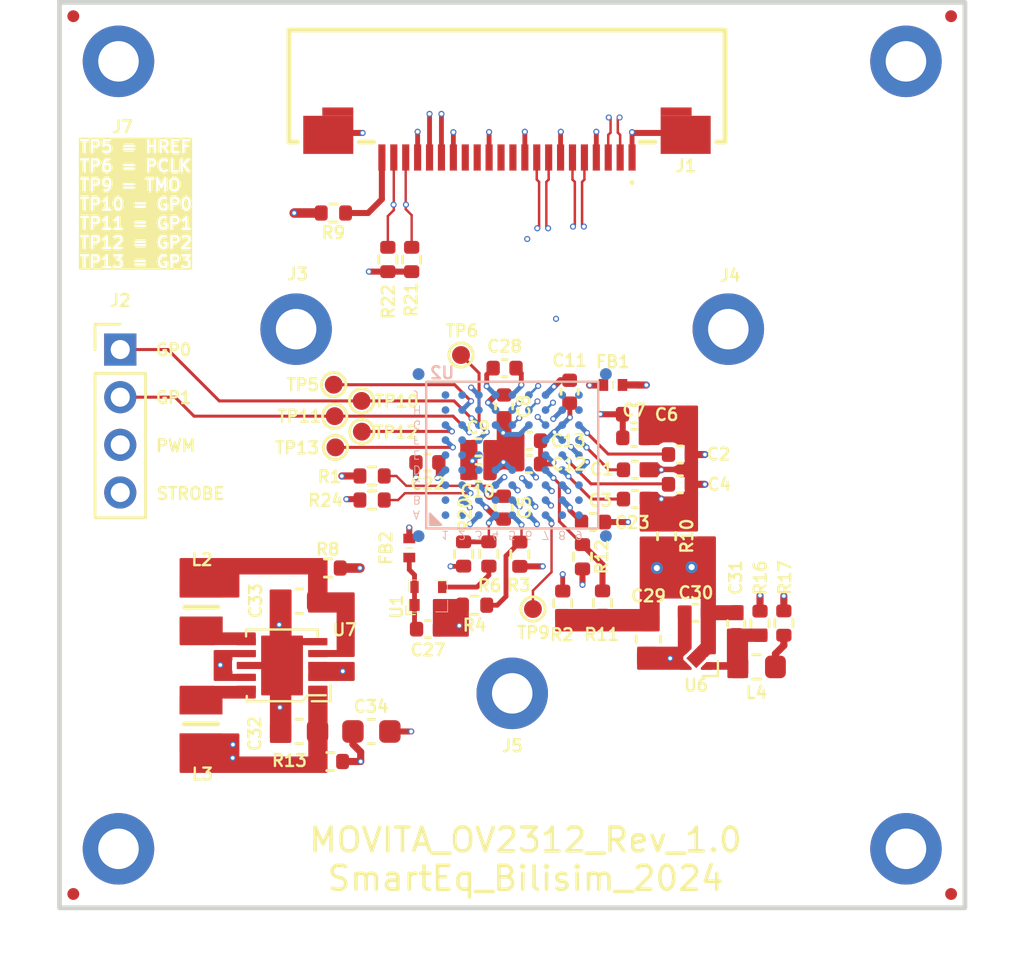
<source format=kicad_pcb>
(kicad_pcb (version 20241229) (generator "pcbnew") (generator_version "9.0")
  (layers (0 "F.Cu" jumper) (4 "In1.Cu" signal "GND") (6 "In2.Cu" signal "POWER") (8 "In3.Cu" signal "GND_2") (10 "In4.Cu" signal "signal_2") (2 "B.Cu" signal) (13 "F.Paste" user) (15 "B.Paste" user) (5 "F.SilkS" user "F.Silkscreen") (7 "B.SilkS" user "B.Silkscreen") (1 "F.Mask" user) (3 "B.Mask" user) (25 "Edge.Cuts" user))
  (net 0 "")
  (net 1 "AGND")
  (net 2 "/VN1")
  (net 3 "/VN2")
  (net 4 "/VN3")
  (net 5 "/VH")
  (net 6 "AVDD")
  (net 7 "DGND")
  (net 8 "DOVDD")
  (net 9 "DVDD")
  (net 10 "Net-(U2-PVDD)")
  (net 11 "VDD_1V8")
  (net 12 "AVDD_2V8")
  (net 13 "PVDD_2V8")
  (net 14 "VDD_1V2")
  (net 15 "Net-(U1-OE)")
  (net 16 "Net-(J1-Pin_22)")
  (net 17 "/SDA")
  (net 18 "Net-(J1-Pin_18)")
  (net 19 "/SCL")
  (net 20 "/PWM")
  (net 21 "/STROBE")
  (net 22 "Net-(U2-TMCLK)")
  (net 23 "Net-(U2-TM)")
  (net 24 "/SID")
  (net 25 "/XVCLK")
  (net 26 "Net-(U1-OUT)")
  (net 27 "3V3")
  (net 28 "Net-(U2-XSHUTDOWN)")
  (net 29 "/EXT_XVCLK")
  (net 30 "/FSIN")
  (net 31 "/GPIO1")
  (net 32 "/GPIO0")
  (net 33 "Net-(U7-SW1)")
  (net 34 "Net-(U7-SW2)")
  (net 35 "/HREF")
  (net 36 "/PCLK")
  (net 37 "/TMO")
  (net 38 "/GPIO2")
  (net 39 "/GPIO3")
  (net 40 "/CSI2_CLK_P")
  (net 41 "/CSI2_D1_N")
  (net 49 "/CSI2_D0_P")
  (net 50 "/CSI2_CLK_N")
  (net 57 "/CSI2_D0_N")
  (net 63 "/CSI2_D1_P")
  (net 70 "PVDD")
  (footprint "Footprint Library:LQM2MPN1R0NG0L" (layer "F.Cu") (at 136.95 106.38 90)
    (property "Reference" "L2")
    (property "Value" "2.2µH" (hide yes))
  )
  (footprint "Footprint Library:Fiducial_0.5mm_Mask1mm" (layer "F.Cu") (at 131.58 118.42)
    (property "Reference" "FID4" (hide yes))
    (property "Value" "Fiducial")
  )
  (footprint "Capacitor_SMD:C_0402_1005Metric" (layer "F.Cu") (at 157.038226 101.226382)
    (property "Reference" "C4")
    (property "Value" "1uF 10V")
  )
  (footprint "Resistor_SMD:R_0402_1005Metric" (layer "F.Cu") (at 161.4 107.05 -90)
    (property "Reference" "R17")
    (property "Value" "0R")
  )
  (footprint "Capacitor_SMD:C_0603_1608Metric" (layer "F.Cu") (at 155.71 107.72 90)
    (property "Reference" "C29")
    (property "Value" "10uF 10V")
  )
  (footprint "Connector_PinHeader_2.00mm:PinHeader_1x04_P2.00mm_Vertical" (layer "F.Cu") (at 133.55 95.57)
    (property "Reference" "J2")
    (property "Value" "DNP")
  )
  (footprint "Capacitor_SMD:C_0402_1005Metric" (layer "F.Cu") (at 157.038226 99.976382)
    (property "Reference" "C2")
    (property "Value" "1uF 10V")
  )
  (footprint "Footprint Library:Fiducial_0.5mm_Mask1mm" (layer "F.Cu") (at 168.42 118.42)
    (property "Reference" "FID2" (hide yes))
    (property "Value" "Fiducial")
  )
  (footprint "Resistor_SMD:R_0402_1005Metric" (layer "F.Cu") (at 150.32 104.16 90)
    (property "Reference" "R3")
    (property "Value" "DNP")
  )
  (footprint "Resistor_SMD:R_0402_1005Metric" (layer "F.Cu") (at 142.37 112.86 180)
    (property "Reference" "R13")
    (property "Value" "0R")
  )
  (footprint "Capacitor_SMD:C_0402_1005Metric" (layer "F.Cu") (at 155.148226 101.846382)
    (property "Reference" "C3")
    (property "Value" "1uF 10V")
  )
  (footprint "Footprint Library:Screw" (layer "F.Cu") (at 140.92997 94.71451)
    (property "Reference" "J3")
    (property "Value" "DNP")
  )
  (footprint "Capacitor_SMD:C_0402_1005Metric" (layer "F.Cu") (at 149.639113 102.206382 -90)
    (property "Reference" "C5")
    (property "Value" "1uF 10V")
  )
  (footprint "Footprint Library:Fiducial_0.5mm_Mask1mm" (layer "F.Cu") (at 168.42 81.58)
    (property "Reference" "FID3" (hide yes))
    (property "Value" "Fiducial")
  )
  (footprint "Capacitor_SMD:C_0402_1005Metric" (layer "F.Cu") (at 146.44 100.31 180)
    (property "Reference" "C22")
    (property "Value" "0.1uF 16V")
  )
  (footprint "Footprint Library:NFZ15SG152SN10B" (layer "F.Cu") (at 154.229113 97.056382 180)
    (property "Reference" "FB1")
    (property "Value" "BLM15AG221SN1D" (hide yes))
  )
  (footprint "Footprint Library:DSC6101MI2A-024.0000T" (layer "F.Cu") (at 145.9 106.29)
    (property "Reference" "U1")
    (property "Value" "DSC6101MI2A-024.0000T")
  )
  (footprint "Footprint Library:Screw" (layer "F.Cu") (at 166.525126 116.525126)
    (property "Reference" "J9" (hide yes))
    (property "Value" "DNP")
  )
  (footprint "Capacitor_SMD:C_0402_1005Metric" (layer "F.Cu") (at 157.71 106.62)
    (property "Reference" "C30")
    (property "Value" "1uF 6.3V")
  )
  (footprint "Footprint Library:Screw" (layer "F.Cu") (at 150 110)
    (property "Reference" "J5")
    (property "Value" "DNP")
  )
  (footprint "Footprint Library:Screw" (layer "F.Cu") (at 133.474874 83.474874)
    (property "Reference" "J7")
    (property "Value" "DNP")
  )
  (footprint "Capacitor_SMD:C_0402_1005Metric" (layer "F.Cu") (at 146.465 107.305)
    (property "Reference" "C27")
    (property "Value" "0.1uF 16V")
  )
  (footprint "Capacitor_SMD:C_0402_1005Metric" (layer "F.Cu") (at 150.709113 99.396382 180)
    (property "Reference" "C13")
    (property "Value" "0.1uF 16V")
  )
  (footprint "Footprint Library:TestPoint_Pad_D0.75" (layer "F.Cu") (at 143.689113 99.016382 180)
    (property "Reference" "TP12")
    (property "Value" "DNP")
  )
  (footprint "Inductor_SMD:L_0603_1608Metric" (layer "F.Cu") (at 160.26 108.89)
    (property "Reference" "L4")
    (property "Value" "3.3uH")
  )
  (footprint "Resistor_SMD:R_0402_1005Metric" (layer "F.Cu") (at 148.42 106.3)
    (property "Reference" "R4")
    (property "Value" "10K")
  )
  (footprint "Resistor_SMD:R_0402_1005Metric" (layer "F.Cu") (at 142.27 104.74 180)
    (property "Reference" "R8")
    (property "Value" "0R")
  )
  (footprint "Footprint Library:NFZ15SG152SN10B" (layer "F.Cu") (at 145.68 103.9 -90)
    (property "Reference" "FB2")
    (property "Value" "BLM15AG221SN1D" (hide yes))
  )
  (footprint "Resistor_SMD:R_0402_1005Metric" (layer "F.Cu") (at 144.119113 101.886382 180)
    (property "Reference" "R24")
    (property "Value" "0R")
  )
  (footprint "Resistor_SMD:R_0402_1005Metric" (layer "F.Cu") (at 142.495 89.84)
    (property "Reference" "R9")
    (property "Value" "0R")
  )
  (footprint "Capacitor_SMD:C_0402_1005Metric" (layer "F.Cu") (at 155.119113 99.276382)
    (property "Reference" "C7")
    (property "Value" "0.1uF 16V")
  )
  (footprint "Footprint Library:LQM2MPN1R0NG0L" (layer "F.Cu") (at 136.94 111.28 -90)
    (property "Reference" "L3")
    (property "Value" "2.2µH" (hide yes))
  )
  (footprint "Resistor_SMD:R_0402_1005Metric" (layer "F.Cu") (at 152.949113 104.266382 -90)
    (property "Reference" "R12")
    (property "Value" "10K")
  )
  (footprint "Capacitor_SMD:C_0402_1005Metric" (layer "F.Cu") (at 155.109113 98.286382)
    (property "Reference" "C6")
    (property "Value" "0.1uF 16V")
  )
  (footprint "Footprint Library:TestPoint_Pad_D0.75" (layer "F.Cu") (at 150.87 106.46 180)
    (property "Reference" "TP9")
    (property "Value" "DNP")
  )
  (footprint "Footprint Library:TestPoint_Pad_D0.75" (layer "F.Cu") (at 147.85 95.8 180)
    (property "Reference" "TP6")
    (property "Value" "DNP")
  )
  (footprint "Capacitor_SMD:C_0402_1005Metric" (layer "F.Cu") (at 149.68 96.35 180)
    (property "Reference" "C28")
    (property "Value" "0.1uF 16V")
  )
  (footprint "Capacitor_SMD:C_0402_1005Metric" (layer "F.Cu") (at 159.4 107.06 90)
    (property "Reference" "C31")
    (property "Value" "1uF 6.3V")
  )
  (footprint "Footprint Library:TestPoint_Pad_D0.75" (layer "F.Cu") (at 142.579113 99.676382 180)
    (property "Reference" "TP13")
    (property "Value" "DNP")
  )
  (footprint "Capacitor_SMD:C_0402_1005Metric" (layer "F.Cu") (at 148.589113 100.746382)
    (property "Reference" "C10")
    (property "Value" "0.1uF 16V")
  )
  (footprint "Footprint Library:TestPoint_Pad_D0.75" (layer "F.Cu") (at 142.509113 97.046382 180)
    (property "Reference" "TP5")
    (property "Value" "DNP")
  )
  (footprint "Resistor_SMD:R_0402_1005Metric" (layer "F.Cu") (at 160.4 107.06 -90)
    (property "Reference" "R16")
    (property "Value" "0R")
  )
  (footprint "Resistor_SMD:R_0402_1005Metric" (layer "F.Cu") (at 144.78 91.79 -90)
    (property "Reference" "R22")
    (property "Value" "DNP")
  )
  (footprint "Footprint Library:Screw" (layer "F.Cu") (at 159.07003 94.71451)
    (property "Reference" "J4")
    (property "Value" "DNP")
  )
  (footprint "Footprint Library:F32R1A7H111022" (layer "F.Cu") (at 149.78 84.51 180)
    (property "Reference" "J1")
    (property "Value" "FFC SOCKET DR_BOTTOM 0.5MM -22P" (hide yes))
  )
  (footprint "Resistor_SMD:R_0402_1005Metric" (layer "F.Cu") (at 152.119113 106.216382 90)
    (property "Reference" "R2")
    (property "Value" "0R")
  )
  (footprint "Capacitor_SMD:C_0402_1005Metric" (layer "F.Cu") (at 148.579113 99.676382)
    (property "Reference" "C9")
    (property "Value" "1uF 10V")
  )
  (footprint "Resistor_SMD:R_0402_1005Metric" (layer "F.Cu") (at 145.78 91.79 -90)
    (property "Reference" "R21")
    (property "Value" "DNP")
  )
  (footprint "Footprint Library:TestPoint_Pad_D0.75" (layer "F.Cu") (at 142.549113 98.366382 180)
    (property "Reference" "TP11")
    (property "Value" "DNP")
  )
  (footprint "Resistor_SMD:R_0402_1005Metric" (layer "F.Cu") (at 147.96 104.15 -90)
    (property "Reference" "R20")
    (property "Value" "DNP")
  )
  (footprint "Resistor_SMD:R_0402_1005Metric" (layer "F.Cu") (at 149.02 104.15 90)
    (property "Reference" "R6")
    (property "Value" "22R")
  )
  (footprint "Resistor_SMD:R_0402_1005Metric" (layer "F.Cu") (at 156.48 103.4 90)
    (property "Reference" "R10")
    (property "Value" "0R")
  )
  (footprint "Footprint Library:Screw" (layer "F.Cu") (at 166.525126 83.474874)
    (property "Reference" "J8" (hide yes))
    (property "Value" "DNP")
  )
  (footprint "Footprint Library:SON50P300X300X100-11N-D" (layer "F.Cu") (at 140.34 108.83 180)
    (property "Reference" "U7")
    (property "Value" "TPS62423QDRCRQ1" (hide yes))
  )
  (footprint "Capacitor_SMD:C_0402_1005Metric" (layer "F.Cu") (at 149.659113 97.956382 -90)
    (property "Reference" "C8")
    (property "Value" "1uF 10V")
  )
  (footprint "Footprint Library:Fiducial_0.5mm_Mask1mm" (layer "F.Cu") (at 131.58 81.58)
    (property "Reference" "FID1" (hide yes))
    (property "Value" "Fiducial")
  )
  (footprint "Capacitor_SMD:C_0402_1005Metric" (layer "F.Cu") (at 150.709113 100.376382 180)
    (property "Reference" "C12")
    (property "Value" "1uF 10V")
  )
  (footprint "Capacitor_SMD:C_0603_1608Metric" (layer "F.Cu") (at 144.09 111.6)
    (property "Reference" "C34")
    (property "Value" "10uF 10V")
  )
  (footprint "Capacitor_SMD:C_0402_1005Metric" (layer "F.Cu") (at 155.148226 100.616382)
    (property "Reference" "C1")
    (property "Value" "1uF 10V")
  )
  (footprint "Capacitor_SMD:C_0402_1005Metric" (layer "F.Cu") (at 152.41 97.34 -90)
    (property "Reference" "C11")
    (property "Value" "0.1uF 16V")
  )
  (footprint "Footprint Library:Screw" (layer "F.Cu") (at 133.474874 116.525126)
    (property "Reference" "J6" (hide yes))
    (property "Value" "DNP")
  )
  (footprint "Resistor_SMD:R_0402_1005Metric" (layer "F.Cu") (at 153.79 106.21 90)
    (property "Reference" "R11")
    (property "Value" "DNP")
  )
  (footprint "Footprint Library:X2-SON-4-EP" (layer "F.Cu") (at 157.7225 108.525 180)
    (property "Reference" "U6")
    (property "Value" "LP5907SNX-2.8/NOPB")
  )
  (footprint "Capacitor_SMD:C_0603_1608Metric" (layer "F.Cu") (at 141.06 106.13 180)
    (property "Reference" "C33")
    (property "Value" "10uF 10V")
  )
  (footprint "Capacitor_SMD:C_0603_1608Metric" (layer "F.Cu") (at 141.055 111.6 180)
    (property "Reference" "C32")
    (property "Value" "10uF 10V")
  )
  (footprint "Capacitor_SMD:C_0402_1005Metric" (layer "F.Cu") (at 153.39 102.81)
    (property "Reference" "C23")
    (property "Value" "0.1uF 16V")
  )
  (footprint "Footprint Library:TestPoint_Pad_D0.75" (layer "F.Cu") (at 143.679113 97.726382 180)
    (property "Reference" "TP10")
    (property "Value" "DNP")
  )
  (footprint "Resistor_SMD:R_0402_1005Metric" (layer "F.Cu") (at 144.119113 100.876382)
    (property "Reference" "R1")
    (property "Value" "0R")
  )
  (footprint "Footprint Library:Fiducial_0.5mm_Mask1mm" (layer "B.Cu") (at 153.931 96.6 180)
    (property "Reference" "FID7" (hide yes))
    (property "Value" "Fiducial")
  )
  (footprint "Footprint Library:OV2312" (layer "B.Cu") (at 150 100)
    (property "Reference" "U2")
    (property "Value" "OV2312")
  )
  (footprint "Footprint Library:Fiducial_0.5mm_Mask1mm" (layer "B.Cu") (at 146.069 96.6 180)
    (property "Reference" "FID5" (hide yes))
    (property "Value" "Fiducial")
  )
  (footprint "Footprint Library:Fiducial_0.5mm_Mask1mm" (layer "B.Cu") (at 146.069 103.4 180)
    (property "Reference" "FID6" (hide yes))
    (property "Value" "Fiducial")
  )
  (footprint "Footprint Library:Fiducial_0.5mm_Mask1mm" (layer "B.Cu") (at 153.931 103.4 180)
    (property "Reference" "FID8" (hide yes))
    (property "Value" "Fiducial")
  )
  (gr_rect (start 131 81) (end 169 119) (stroke (width 0.2)) (fill no) (layer "Edge.Cuts"))
  (gr_text "STROBE" (at 135.02 101.91 0) (layer "F.SilkS") (effects (font (size 0.5 0.5) (thickness 0.1) (bold yes)) (justify left bottom)))
  (gr_text "GP0" (at 134.99 95.88 0) (layer "F.SilkS") (effects (font (size 0.5 0.5) (thickness 0.1) (bold yes)) (justify left bottom)))
  (gr_text "GP1" (at 134.99 97.88 0) (layer "F.SilkS") (effects (font (size 0.5 0.5) (thickness 0.1) (bold yes)) (justify left bottom)))
  (gr_text "PWM" (at 134.99 99.9 0) (layer "F.SilkS") (effects (font (size 0.5 0.5) (thickness 0.1) (bold yes)) (justify left bottom)))
  (gr_text "MOVITA_OV2312_Rev_1.0\n SmartEq_Bilisim_2024\n" (at 141.39 118.35 0) (layer "F.SilkS") (effects (font (size 1 1)) (justify left bottom)))
  (gr_text "TP5 = HREF\nTP6 = PCLK\nTP9 = TMO\nTP10 = GP0\nTP11 = GP1\nTP12 = GP2\nTP13 = GP3\n" (at 131.8 92.18 0) (layer "F.SilkS" knockout) (effects (font (size 0.5 0.5) (thickness 0.1) (bold yes)) (justify left bottom)))
  (segment (start 157.518226 101.226382) (end 158.088226 101.226382) (width 0.3) (layer "F.Cu") (net 1))
  (segment (start 157.518226 99.976382) (end 158.088226 99.976382) (width 0.3) (layer "F.Cu") (net 1))
  (segment (start 148.908816 102.2) (end 149.395198 102.686382) (width 0.254) (layer "F.Cu") (net 1))
  (segment (start 155.628226 101.846382) (end 156.258226 101.846382) (width 0.3) (layer "F.Cu") (net 1))
  (segment (start 149.395198 102.686382) (end 149.639113 102.686382) (width 0.254) (layer "F.Cu") (net 1))
  (segment (start 155.628226 100.616382) (end 156.258226 100.616382) (width 0.3) (layer "F.Cu") (net 1))
  (segment (start 148.9 102.2) (end 148.908816 102.2) (width 0.254) (layer "F.Cu") (net 1))
  (via (at 156.258226 100.616382) (size 0.254) (drill 0.1524) (layers "F.Cu" "B.Cu") (net 1))
  (via (at 148.9 102.2) (size 0.254) (drill 0.1524) (layers "F.Cu" "B.Cu") (net 1))
  (via (at 156.258226 101.846382) (size 0.254) (drill 0.1524) (layers "F.Cu" "B.Cu") (net 1))
  (via (at 158.088226 101.226382) (size 0.254) (drill 0.1524) (layers "F.Cu" "B.Cu") (net 1))
  (via (at 158.088226 99.976382) (size 0.254) (drill 0.1524) (layers "F.Cu" "B.Cu") (net 1))
  (via (at 153.14 100.29) (size 0.254) (drill 0.1524) (layers "F.Cu" "B.Cu") (net 1))
  (segment (start 153.14 100.29) (end 152.8 100.63) (width 0.254) (layer "B.Cu") (net 1))
  (segment (start 148.6 101.9) (end 148.9 102.2) (width 0.2032) (layer "B.Cu") (net 1))
  (segment (start 148.6 101.89) (end 148.6 101.9) (width 0.2032) (layer "B.Cu") (net 1))
  (segment (start 154.056382 100.616382) (end 153.12 99.68) (width 0.127) (layer "F.Cu") (net 2))
  (segment (start 154.668226 100.616382) (end 154.056382 100.616382) (width 0.127) (layer "F.Cu") (net 2))
  (via (at 153.12 99.68) (size 0.254) (drill 0.1524) (layers "F.Cu" "B.Cu") (net 2))
  (segment (start 152.8 99.37) (end 152.81 99.37) (width 0.2032) (layer "B.Cu") (net 2))
  (segment (start 152.81 99.37) (end 153.12 99.68) (width 0.2032) (layer "B.Cu") (net 2))
  (segment (start 156.558226 99.976382) (end 156.538226 99.956382) (width 0.127) (layer "F.Cu") (net 3))
  (segment (start 156.538226 99.956382) (end 154.026382 99.956382) (width 0.127) (layer "F.Cu") (net 3))
  (segment (start 154.026382 99.956382) (end 153.14 99.07) (width 0.127) (layer "F.Cu") (net 3))
  (via (at 153.14 99.07) (size 0.254) (drill 0.1524) (layers "F.Cu" "B.Cu") (net 3))
  (segment (start 152.8 98.74) (end 152.81 98.74) (width 0.2032) (layer "B.Cu") (net 3))
  (segment (start 152.81 98.74) (end 153.14 99.07) (width 0.2032) (layer "B.Cu") (net 3))
  (segment (start 153.316382 101.846382) (end 154.668226 101.846382) (width 0.127) (layer "F.Cu") (net 4))
  (segment (start 152.36 100.89) (end 153.316382 101.846382) (width 0.127) (layer "F.Cu") (net 4))
  (via (at 152.36 100.89) (size 0.254) (drill 0.1524) (layers "F.Cu" "B.Cu") (net 4))
  (segment (start 152.36 100.89) (end 152.1 100.63) (width 0.2032) (layer "B.Cu") (net 4))
  (segment (start 153.306382 101.206382) (end 156.538226 101.206382) (width 0.127) (layer "F.Cu") (net 5))
  (segment (start 156.538226 101.206382) (end 156.558226 101.226382) (width 0.127) (layer "F.Cu") (net 5))
  (segment (start 152.37 100.27) (end 153.306382 101.206382) (width 0.127) (layer "F.Cu") (net 5))
  (via (at 152.37 100.27) (size 0.254) (drill 0.1524) (layers "F.Cu" "B.Cu") (net 5))
  (segment (start 152.37 100.27) (end 152.1 100) (width 0.2032) (layer "B.Cu") (net 5))
  (segment (start 149.034161 101.726382) (end 149.639113 101.726382) (width 0.3) (layer "F.Cu") (net 6))
  (segment (start 152.419113 102.206382) (end 152.419113 102.319113) (width 0.2032) (layer "F.Cu") (net 6))
  (segment (start 160.4 106.55) (end 160.4 105.89) (width 0.3) (layer "F.Cu") (net 6))
  (segment (start 154.639113 99.276382) (end 154.639113 98.296382) (width 0.254) (layer "F.Cu") (net 6))
  (segment (start 154.639113 98.296382) (end 154.629113 98.286382) (width 0.254) (layer "F.Cu") (net 6))
  (segment (start 152.419113 102.319113) (end 152.91 102.81) (width 0.2032) (layer "F.Cu") (net 6))
  (segment (start 153.7 98.28) (end 153.706382 98.286382) (width 0.254) (layer "F.Cu") (net 6))
  (segment (start 153.706382 98.286382) (end 154.629113 98.286382) (width 0.254) (layer "F.Cu") (net 6))
  (segment (start 148.958847 101.651068) (end 149.034161 101.726382) (width 0.3) (layer "F.Cu") (net 6))
  (via (at 152.469113 99.666382) (size 0.254) (drill 0.1524) (layers "F.Cu" "B.Cu") (net 6))
  (via (at 160.4 105.89) (size 0.254) (drill 0.1524) (layers "F.Cu" "B.Cu") (net 6))
  (via (at 148.958847 101.651068) (size 0.254) (drill 0.1524) (layers "F.Cu" "B.Cu") (net 6))
  (via (at 153.7 98.28) (size 0.254) (drill 0.1524) (layers "F.Cu" "B.Cu") (net 6))
  (via (at 152.419113 102.206382) (size 0.254) (drill 0.1524) (layers "F.Cu" "B.Cu") (net 6))
  (segment (start 152.102731 101.89) (end 152.419113 102.206382) (width 0.254) (layer "B.Cu") (net 6))
  (segment (start 148.958847 101.618847) (end 148.6 101.26) (width 0.2032) (layer "B.Cu") (net 6))
  (segment (start 148.958847 101.651068) (end 148.958847 101.618847) (width 0.2032) (layer "B.Cu") (net 6))
  (segment (start 152.469113 99.669113) (end 152.469113 99.666382) (width 0.254) (layer "B.Cu") (net 6))
  (segment (start 152.1 101.89) (end 152.102731 101.89) (width 0.254) (layer "B.Cu") (net 6))
  (segment (start 152.8 100) (end 152.469113 99.669113) (width 0.2032) (layer "B.Cu") (net 6))
  (segment (start 146.03 87.5) (end 146.03 86.43) (width 0.2032) (layer "F.Cu") (net 7))
  (segment (start 152.42 97.83) (end 152.41 97.82) (width 0.2032) (layer "F.Cu") (net 7))
  (segment (start 150.53 87.5) (end 150.53 86.43) (width 0.2032) (layer "F.Cu") (net 7))
  (segment (start 155.03 86.45) (end 155.03 87.5) (width 0.2032) (layer "F.Cu") (net 7))
  (segment (start 148.93 96.62) (end 149.2 96.35) (width 0.2032) (layer "F.Cu") (net 7))
  (segment (start 145.96 100.31) (end 145.96 100.93) (width 0.254) (layer "F.Cu") (net 7))
  (segment (start 147.53 86.45) (end 147.53 87.5) (width 0.2032) (layer "F.Cu") (net 7))
  (segment (start 153.53 87.5) (end 153.53 86.43) (width 0.2032) (layer "F.Cu") (net 7))
  (segment (start 142.85 100.88) (end 142.853618 100.876382) (width 0.3) (layer "F.Cu") (net 7))
  (segment (start 155.06 86.48) (end 155.03 86.45) (width 0.254) (layer "F.Cu") (net 7))
  (segment (start 154.86 102.81) (end 153.87 102.81) (width 0.254) (layer "F.Cu") (net 7))
  (segment (start 152.03 87.5) (end 152.03 86.44) (width 0.2032) (layer "F.Cu") (net 7))
  (segment (start 149.03 86.44) (end 149.03 87.5) (width 0.2032) (layer "F.Cu") (net 7))
  (segment (start 152.03 86.44) (end 152.04 86.43) (width 0.2032) (layer "F.Cu") (net 7))
  (segment (start 142.853618 100.876382) (end 143.609113 100.876382) (width 0.3) (layer "F.Cu") (net 7))
  (segment (start 157.27 86.48) (end 155.06 86.48) (width 0.254) (layer "F.Cu") (net 7))
  (segment (start 152.42 98.42) (end 152.42 97.83) (width 0.2032) (layer "F.Cu") (net 7))
  (segment (start 142.27 86.48) (end 143.72 86.48) (width 0.254) (layer "F.Cu") (net 7))
  (segment (start 144.865 111.6) (end 145.76 111.6) (width 0.254) (layer "F.Cu") (net 7))
  (segment (start 148.93 97.11) (end 148.93 96.62) (width 0.2032) (layer "F.Cu") (net 7))
  (via (at 150.53 86.43) (size 0.254) (drill 0.1524) (layers "F.Cu" "B.Cu") (net 7))
  (via (at 157.53 104.7) (size 0.508) (drill 0.254) (layers "F.Cu" "B.Cu") (net 7))
  (via (at 149.629113 100.296382) (size 0.254) (drill 0.1524) (layers "F.Cu" "B.Cu") (net 7))
  (via (at 146.03 86.43) (size 0.254) (drill 0.1524) (layers "F.Cu" "B.Cu") (net 7))
  (via (at 148.93 97.11) (size 0.254) (drill 0.1524) (layers "F.Cu" "B.Cu") (net 7))
  (via (at 140.22 107.12) (size 0.254) (drill 0.1524) (layers "F.Cu" "B.Cu") (net 7))
  (via (at 151.84 94.28) (size 0.254) (drill 0.1524) (layers "F.Cu" "B.Cu") (net 7))
  (via (at 155.03 86.45) (size 0.254) (drill 0.1524) (layers "F.Cu" "B.Cu") (net 7))
  (via (at 156.07 104.74) (size 0.508) (drill 0.254) (layers "F.Cu" "B.Cu") (net 7))
  (via (at 145.96 100.93) (size 0.254) (drill 0.1524) (layers "F.Cu" "B.Cu") (net 7))
  (via (at 149.03 86.44) (size 0.254) (drill 0.1524) (layers "F.Cu" "B.Cu") (net 7))
  (via (at 140.25 110.59) (size 0.254) (drill 0.1524) (layers "F.Cu" "B.Cu") (net 7))
  (via (at 152.42 98.42) (size 0.254) (drill 0.1524) (layers "F.Cu" "B.Cu") (net 7))
  (via (at 151.77 99.04) (size 0.254) (drill 0.1524) (layers "F.Cu" "B.Cu") (net 7))
  (via (at 147.53 86.45) (size 0.254) (drill 0.1524) (layers "F.Cu" "B.Cu") (net 7))
  (via (at 153.53 86.43) (size 0.254) (drill 0.1524) (layers "F.Cu" "B.Cu") (net 7))
  (via (at 154.86 102.81) (size 0.254) (drill 0.1524) (layers "F.Cu" "B.Cu") (net 7))
  (via (at 152.348172 101.51) (size 0.254) (drill 0.1524) (layers "F.Cu" "B.Cu") (net 7))
  (via (at 145.76 111.6) (size 0.254) (drill 0.1524) (layers "F.Cu" "B.Cu") (net 7))
  (via (at 150.63 90.93) (size 0.254) (drill 0.1524) (layers "F.Cu" "B.Cu") (net 7))
  (via (at 147.78 107.16) (size 0.254) (drill 0.1524) (layers "F.Cu" "B.Cu") (net 7))
  (via (at 142.85 100.88) (size 0.254) (drill 0.1524) (layers "F.Cu" "B.Cu") (net 7))
  (via (at 143.72 86.48) (size 0.254) (drill 0.1524) (layers "F.Cu" "B.Cu") (net 7))
  (via (at 152.04 86.43) (size 0.254) (drill 0.1524) (layers "F.Cu" "B.Cu") (net 7))
  (via (at 149.619113 99.066382) (size 0.254) (drill 0.1524) (layers "F.Cu" "B.Cu") (net 7))
  (segment (start 152.1 99.37) (end 151.77 99.04) (width 0.2032) (layer "B.Cu") (net 7))
  (segment (start 152.07 98.74) (end 151.77 99.04) (width 0.2032) (layer "B.Cu") (net 7))
  (segment (start 149.666382 100.296382) (end 150 100.63) (width 0.2032) (layer "B.Cu") (net 7))
  (segment (start 150.7 98.74) (end 150.3089 99.1311) (width 0.2032) (layer "B.Cu") (net 7))
  (segment (start 149.3 98.74) (end 149.619113 99.059113) (width 0.2032) (layer "B.Cu") (net 7))
  (segment (start 149.619113 99.059113) (end 149.619113 99.066382) (width 0.2032) (layer "B.Cu") (net 7))
  (segment (start 149.683831 99.1311) (end 149.619113 99.066382) (width 0.2032) (layer "B.Cu") (net 7))
  (segment (start 149.629113 100.296382) (end 149.629113 100.300887) (width 0.2032) (layer "B.Cu") (net 7))
  (segment (start 149.629113 100.300887) (end 149.3 100.63) (width 0.2032) (layer "B.Cu") (net 7))
  (segment (start 150.3089 99.1311) (end 149.683831 99.1311) (width 0.2032) (layer "B.Cu") (net 7))
  (segment (start 149.3 97.48) (end 148.93 97.11) (width 0.2032) (layer "B.Cu") (net 7))
  (segment (start 152.1 98.74) (end 152.42 98.42) (width 0.2032) (layer "B.Cu") (net 7))
  (segment (start 152.1 101.261828) (end 152.348172 101.51) (width 0.254) (layer "B.Cu") (net 7))
  (segment (start 151.77 99.04) (end 151.73 99.04) (width 0.2032) (layer "B.Cu") (net 7))
  (segment (start 152.1 98.74) (end 152.07 98.74) (width 0.2032) (layer "B.Cu") (net 7))
  (segment (start 149.629113 100.296382) (end 149.666382 100.296382) (width 0.2032) (layer "B.Cu") (net 7))
  (segment (start 151.73 99.04) (end 151.4 99.37) (width 0.2032) (layer "B.Cu") (net 7))
  (segment (start 152.1 101.26) (end 152.1 101.261828) (width 0.1016) (layer "B.Cu") (net 7))
  (segment (start 143.315 112.135) (end 143.315 111.6) (width 0.3) (layer "F.Cu") (net 8))
  (segment (start 143.64 112.86) (end 143.64 112.46) (width 0.3) (layer "F.Cu") (net 8))
  (segment (start 150.32 104.67) (end 151.28 104.67) (width 0.254) (layer "F.Cu") (net 8))
  (segment (start 149.313618 97.476382) (end 148.99 97.8) (width 0.254) (layer "F.Cu") (net 8))
  (segment (start 143.64 112.46) (end 143.315 112.135) (width 0.3) (layer "F.Cu") (net 8))
  (segment (start 145.677828 103.04) (end 145.68 103.042172) (width 0.254) (layer "F.Cu") (net 8))
  (segment (start 142.88 112.86) (end 143.64 112.86) (width 0.3) (layer "F.Cu") (net 8))
  (segment (start 149.659113 97.476382) (end 149.313618 97.476382) (width 0.254) (layer "F.Cu") (net 8))
  (segment (start 152.949113 105.439113) (end 152.95 105.44) (width 0.254) (layer "F.Cu") (net 8))
  (segment (start 146.92 100.91) (end 146.87 100.96) (width 0.254) (layer "F.Cu") (net 8))
  (segment (start 145.68 103.042172) (end 145.68 103.5) (width 0.254) (layer "F.Cu") (net 8))
  (segment (start 146.92 100.31) (end 146.92 100.91) (width 0.254) (layer "F.Cu") (net 8))
  (segment (start 152.949113 104.776382) (end 152.949113 105.439113) (width 0.254) (layer "F.Cu") (net 8))
  (via (at 150.41 100.97) (size 0.254) (drill 0.1524) (layers "F.Cu" "B.Cu") (net 8))
  (via (at 146.87 100.96) (size 0.254) (drill 0.1524) (layers "F.Cu" "B.Cu") (net 8))
  (via (at 152.95 105.44) (size 0.254) (drill 0.1524) (layers "F.Cu" "B.Cu") (net 8))
  (via (at 143.64 112.86) (size 0.254) (drill 0.1524) (layers "F.Cu" "B.Cu") (net 8))
  (via (at 151.28 104.67) (size 0.254) (drill 0.1524) (layers "F.Cu" "B.Cu") (net 8))
  (via (at 148.99 97.8) (size 0.254) (drill 0.1524) (layers "F.Cu" "B.Cu") (net 8))
  (via (at 145.677828 103.04) (size 0.254) (drill 0.1524) (layers "F.Cu" "B.Cu") (net 8))
  (segment (start 147.2 100.63) (end 146.87 100.96) (width 0.254) (layer "B.Cu") (net 8))
  (segment (start 150.41 100.97) (end 150.7 101.26) (width 0.2032) (layer "B.Cu") (net 8))
  (segment (start 149.3 98.11) (end 148.99 97.8) (width 0.2032) (layer "B.Cu") (net 8))
  (segment (start 150.38186 96.57186) (end 150.16 96.35) (width 0.2032) (layer "F.Cu") (net 9))
  (segment (start 142.78 104.74) (end 143.61 104.74) (width 0.4) (layer "F.Cu") (net 9))
  (segment (start 150.38186 97.05) (end 150.38186 96.57186) (width 0.2032) (layer "F.Cu") (net 9))
  (segment (start 152.41 96.86) (end 152.02 96.86) (width 0.254) (layer "F.Cu") (net 9))
  (segment (start 152.02 96.86) (end 151.75 97.13) (width 0.254) (layer "F.Cu") (net 9))
  (via (at 151.0352 102.9) (size 0.254) (drill 0.1524) (layers "F.Cu" "B.Cu") (net 9))
  (via (at 148.279113 97.166382) (size 0.254) (drill 0.1524) (layers "F.Cu" "B.Cu") (net 9))
  (via (at 148.23 102.9) (size 0.254) (drill 0.1524) (layers "F.Cu" "B.Cu") (net 9))
  (via (at 143.61 104.74) (size 0.254) (drill 0.1524) (layers "F.Cu" "B.Cu") (net 9))
  (via (at 151.75 97.13) (size 0.254) (drill 0.1524) (layers "F.Cu" "B.Cu") (net 9))
  (via (at 150.998876 100.937754) (size 0.254) (drill 0.1524) (layers "F.Cu" "B.Cu") (net 9))
  (via (at 148.33038 100.245115) (size 0.254) (drill 0.1524) (layers "F.Cu" "B.Cu") (net 9))
  (via (at 148.22 102.2) (size 0.254) (drill 0.1524) (layers "F.Cu" "B.Cu") (net 9))
  (via (at 151.724211 98.47854) (size 0.254) (drill 0.1524) (layers "F.Cu" "B.Cu") (net 9))
  (via (at 150.38186 97.05) (size 0.254) (drill 0.1524) (layers "F.Cu" "B.Cu") (net 9))
  (segment (start 148.33038 100.245115) (end 148.575495 100) (width 0.2032) (layer "B.Cu") (net 9))
  (segment (start 148.6 102.52) (end 148.6 102.53) (width 0.2032) (layer "B.Cu") (net 9))
  (segment (start 150.998876 100.928876) (end 150.7 100.63) (width 0.2032) (layer "B.Cu") (net 9))
  (segment (start 147.91 101.89) (end 148.22 102.2) (width 0.2032) (layer "B.Cu") (net 9))
  (segment (start 148.6 98.11) (end 148.6 97.48) (width 0.127) (layer "B.Cu") (net 9))
  (segment (start 152.092751 98.11) (end 152.1 98.11) (width 0.2032) (layer "B.Cu") (net 9))
  (segment (start 150.998876 100.937754) (end 150.998876 100.928876) (width 0.2032) (layer "B.Cu") (net 9))
  (segment (start 150.38186 97.05) (end 150.38186 97.09814) (width 0.2032) (layer "B.Cu") (net 9))
  (segment (start 150.38186 97.09814) (end 150 97.48) (width 0.2032) (layer "B.Cu") (net 9))
  (segment (start 147.9 101.89) (end 147.91 101.89) (width 0.2032) (layer "B.Cu") (net 9))
  (segment (start 148.6 97.48) (end 148.592731 97.48) (width 0.254) (layer "B.Cu") (net 9))
  (segment (start 148.6 102.52) (end 148.54 102.52) (width 0.2032) (layer "B.Cu") (net 9))
  (segment (start 148.592731 97.48) (end 148.279113 97.166382) (width 0.2032) (layer "B.Cu") (net 9))
  (segment (start 151.0352 102.8552) (end 150.7 102.52) (width 0.2032) (layer "B.Cu") (net 9))
  (segment (start 151.0352 102.9) (end 151.0352 102.8552) (width 0.2032) (layer "B.Cu") (net 9))
  (segment (start 151.4 97.48) (end 151.75 97.13) (width 0.254) (layer "B.Cu") (net 9))
  (segment (start 151.724211 98.47854) (end 152.092751 98.11) (width 0.2032) (layer "B.Cu") (net 9))
  (segment (start 148.6 102.53) (end 148.23 102.9) (width 0.2032) (layer "B.Cu") (net 9))
  (segment (start 148.575495 100) (end 148.6 100) (width 0.2032) (layer "B.Cu") (net 9))
  (segment (start 153.259113 97.056382) (end 153.249113 97.066382) (width 0.3) (layer "F.Cu") (net 10))
  (segment (start 151.189113 100.376382) (end 151.669113 100.376382) (width 0.2032) (layer "F.Cu") (net 10))
  (segment (start 153.829113 97.056382) (end 153.259113 97.056382) (width 0.3) (layer "F.Cu") (net 10))
  (segment (start 151.189113 99.396382) (end 151.189113 100.376382) (width 0.2032) (layer "F.Cu") (net 10))
  (segment (start 151.669113 100.376382) (end 151.729113 100.316382) (width 0.2032) (layer "F.Cu") (net 10))
  (via (at 151.729113 100.316382) (size 0.254) (drill 0.1524) (layers "F.Cu" "B.Cu") (net 10))
  (via (at 153.249113 97.066382) (size 0.254) (drill 0.1524) (layers "F.Cu" "B.Cu") (net 10))
  (segment (start 151.4 100) (end 151.412731 100) (width 0.2032) (layer "B.Cu") (net 10))
  (segment (start 151.412731 100) (end 151.729113 100.316382) (width 0.2032) (layer "B.Cu") (net 10))
  (segment (start 144.78 92.3) (end 145.78 92.3) (width 0.254) (layer "F.Cu") (net 11))
  (segment (start 143.9852 92.3) (end 144.78 92.3) (width 0.254) (layer "F.Cu") (net 11))
  (via (at 143.9852 92.3) (size 0.254) (drill 0.1524) (layers "F.Cu" "B.Cu") (net 11))
  (via (at 138.27 112.71) (size 0.254) (drill 0.1524) (layers "F.Cu" "B.Cu") (net 11))
  (via (at 138.28 112.15) (size 0.254) (drill 0.1524) (layers "F.Cu" "B.Cu") (net 11))
  (segment (start 161.0475 108.3425) (end 161.4 107.99) (width 0.3) (layer "F.Cu") (net 13))
  (segment (start 161.0475 108.89) (end 161.0475 108.3425) (width 0.3) (layer "F.Cu") (net 13))
  (segment (start 161.4 107.99) (end 161.4 107.56) (width 0.3) (layer "F.Cu") (net 13))
  (segment (start 145.9 106.29) (end 145.9 105.54) (width 0.2032) (layer "F.Cu") (net 15))
  (segment (start 145.68 104.81) (end 145.68 104.3) (width 0.2032) (layer "F.Cu") (net 15))
  (segment (start 145.9 106.29) (end 145.9 107.22) (width 0.2032) (layer "F.Cu") (net 15))
  (segment (start 145.9 105.03) (end 145.68 104.81) (width 0.2032) (layer "F.Cu") (net 15))
  (segment (start 145.9 107.22) (end 145.985 107.305) (width 0.2032) (layer "F.Cu") (net 15))
  (segment (start 145.9 105.54) (end 145.9 105.03) (width 0.2032) (layer "F.Cu") (net 15))
  (segment (start 143.95 89.84) (end 144.53 89.26) (width 0.254) (layer "F.Cu") (net 16))
  (segment (start 144.53 89.26) (end 144.53 87.5) (width 0.254) (layer "F.Cu") (net 16))
  (segment (start 143.005 89.84) (end 143.95 89.84) (width 0.254) (layer "F.Cu") (net 16))
  (segment (start 145.03 89.72) (end 144.78 89.97) (width 0.1016) (layer "F.Cu") (net 17))
  (segment (start 145.02 89.49) (end 145.03 89.5) (width 0.1016) (layer "F.Cu") (net 17))
  (segment (start 145.03 89.5) (end 145.03 89.72) (width 0.1016) (layer "F.Cu") (net 17))
  (segment (start 145.03 87.5) (end 145.03 89.48) (width 0.1016) (layer "F.Cu") (net 17))
  (segment (start 144.78 89.97) (end 144.78 91.28) (width 0.1016) (layer "F.Cu") (net 17))
  (segment (start 145.03 89.48) (end 145.02 89.49) (width 0.1016) (layer "F.Cu") (net 17))
  (via (at 145.02 89.49) (size 0.254) (drill 0.1524) (layers "F.Cu" "B.Cu") (net 17))
  (via (at 150.97 102.1644) (size 0.254) (drill 0.1524) (layers "F.Cu" "B.Cu") (net 17))
  (segment (start 150.97 102.16) (end 150.7 101.89) (width 0.2032) (layer "B.Cu") (net 17))
  (segment (start 150.97 102.1644) (end 150.97 102.16) (width 0.2032) (layer "B.Cu") (net 17))
  (segment (start 143.572731 101.85) (end 143.609113 101.886382) (width 0.1016) (layer "F.Cu") (net 18))
  (segment (start 146.53 87.5) (end 146.53 85.68) (width 0.2032) (layer "F.Cu") (net 18))
  (segment (start 143.04 101.85) (end 143.572731 101.85) (width 0.254) (layer "F.Cu") (net 18))
  (via (at 143.04 101.85) (size 0.254) (drill 0.1524) (layers "F.Cu" "B.Cu") (net 18))
  (via (at 146.53 85.68) (size 0.254) (drill 0.1524) (layers "F.Cu" "B.Cu") (net 18))
  (segment (start 145.53 89.68) (end 145.78 89.93) (width 0.1016) (layer "F.Cu") (net 19))
  (segment (start 145.54 89.49) (end 145.53 89.5) (width 0.1016) (layer "F.Cu") (net 19))
  (segment (start 145.53 87.5) (end 145.53 89.48) (width 0.1016) (layer "F.Cu") (net 19))
  (segment (start 145.78 89.93) (end 145.78 91.28) (width 0.1016) (layer "F.Cu") (net 19))
  (segment (start 145.53 89.48) (end 145.54 89.49) (width 0.1016) (layer "F.Cu") (net 19))
  (segment (start 145.53 89.5) (end 145.53 89.68) (width 0.1016) (layer "F.Cu") (net 19))
  (via (at 145.54 89.49) (size 0.254) (drill 0.1524) (layers "F.Cu" "B.Cu") (net 19))
  (via (at 150.31 102.1644) (size 0.254) (drill 0.1524) (layers "F.Cu" "B.Cu") (net 19))
  (segment (start 150.2744 102.1644) (end 150 101.89) (width 0.2032) (layer "B.Cu") (net 19))
  (segment (start 150.31 102.1644) (end 150.2744 102.1644) (width 0.2032) (layer "B.Cu") (net 19))
  (via (at 151.63 102.1196) (size 0.254) (drill 0.1524) (layers "F.Cu" "B.Cu") (net 20))
  (segment (start 151.6296 102.1196) (end 151.4 101.89) (width 0.2032) (layer "B.Cu") (net 20))
  (segment (start 151.63 102.1196) (end 151.6296 102.1196) (width 0.2032) (layer "B.Cu") (net 20))
  (via (at 150.23 101.48) (size 0.254) (drill 0.1524) (layers "F.Cu" "B.Cu") (net 21))
  (segment (start 150.22 101.48) (end 150 101.26) (width 0.2032) (layer "B.Cu") (net 21))
  (segment (start 150.23 101.48) (end 150.22 101.48) (width 0.2032) (layer "B.Cu") (net 21))
  (segment (start 145.139113 100.876382) (end 144.629113 100.876382) (width 0.1016) (layer "F.Cu") (net 22))
  (segment (start 149.669113 100.926382) (end 149.305495 101.29) (width 0.1016) (layer "F.Cu") (net 22))
  (segment (start 145.552731 101.29) (end 145.139113 100.876382) (width 0.1016) (layer "F.Cu") (net 22))
  (segment (start 149.305495 101.29) (end 145.552731 101.29) (width 0.1016) (layer "F.Cu") (net 22))
  (via (at 149.669113 100.926382) (size 0.254) (drill 0.1524) (layers "F.Cu" "B.Cu") (net 22))
  (segment (start 149.669113 100.926382) (end 149.633618 100.926382) (width 0.2032) (layer "B.Cu") (net 22))
  (segment (start 149.633618 100.926382) (end 149.3 101.26) (width 0.2032) (layer "B.Cu") (net 22))
  (segment (start 152.101613 105.688882) (end 152.119113 105.706382) (width 0.127) (layer "F.Cu") (net 23))
  (segment (start 152.119113 105.706382) (end 152.119113 105.000887) (width 0.2032) (layer "F.Cu") (net 23))
  (segment (start 152.119113 105.000887) (end 152.12 105) (width 0.2032) (layer "F.Cu") (net 23))
  (via (at 151.66 101.51) (size 0.254) (drill 0.1524) (layers "F.Cu" "B.Cu") (net 23))
  (via (at 152.12 105) (size 0.254) (drill 0.1524) (layers "F.Cu" "B.Cu") (net 23))
  (segment (start 151.4 101.26) (end 151.65 101.51) (width 0.2032) (layer "B.Cu") (net 23))
  (segment (start 151.65 101.51) (end 151.66 101.51) (width 0.2032) (layer "B.Cu") (net 23))
  (segment (start 150.39 103.58) (end 150.32 103.65) (width 0.1016) (layer "F.Cu") (net 24))
  (segment (start 149.739113 104.230887) (end 149.739113 105.930887) (width 0.2032) (layer "F.Cu") (net 24))
  (segment (start 150.39 102.93) (end 150.39 103.58) (width 0.1016) (layer "F.Cu") (net 24))
  (segment (start 149.37 106.3) (end 148.93 106.3) (width 0.2032) (layer "F.Cu") (net 24))
  (segment (start 150.32 103.65) (end 149.739113 104.230887) (width 0.2032) (layer "F.Cu") (net 24))
  (segment (start 149.739113 105.930887) (end 149.37 106.3) (width 0.2032) (layer "F.Cu") (net 24))
  (via (at 150.39 102.93) (size 0.254) (drill 0.1524) (layers "F.Cu" "B.Cu") (net 24))
  (segment (start 150.39 102.91) (end 150 102.52) (width 0.2032) (layer "B.Cu") (net 24))
  (segment (start 150.39 102.93) (end 150.39 102.91) (width 0.2032) (layer "B.Cu") (net 24))
  (segment (start 149.02 102.85) (end 149.02 103.64) (width 0.1016) (layer "F.Cu") (net 25))
  (segment (start 149.02 103.64) (end 147.96 103.64) (width 0.2032) (layer "F.Cu") (net 25))
  (via (at 149.02 102.85) (size 0.254) (drill 0.1524) (layers "F.Cu" "B.Cu") (net 25))
  (segment (start 149.02 102.85) (end 149.02 102.8) (width 0.2032) (layer "B.Cu") (net 25))
  (segment (start 149.02 102.8) (end 149.3 102.52) (width 0.2032) (layer "B.Cu") (net 25))
  (segment (start 147.06 105.54) (end 148.52 105.54) (width 0.2032) (layer "F.Cu") (net 26))
  (segment (start 148.52 105.54) (end 149.02 105.04) (width 0.2032) (layer "F.Cu") (net 26))
  (segment (start 149.02 105.04) (end 149.02 104.66) (width 0.2032) (layer "F.Cu") (net 26))
  (segment (start 141.985 89.84) (end 140.85 89.84) (width 0.4) (layer "F.Cu") (net 27))
  (via (at 140.85 89.84) (size 0.254) (drill 0.1524) (layers "F.Cu" "B.Cu") (net 27))
  (via (at 137.75 108.81) (size 0.254) (drill 0.1524) (layers "F.Cu" "B.Cu") (net 27))
  (via (at 156.63 108.53) (size 0.254) (drill 0.1524) (layers "F.Cu" "B.Cu") (net 27))
  (via (at 142.89 109.07) (size 0.254) (drill 0.1524) (layers "F.Cu" "B.Cu") (net 27))
  (segment (start 151.98 101.21) (end 151.98 102.787269) (width 0.127) (layer "F.Cu") (net 28))
  (segment (start 151.98 102.787269) (end 152.949113 103.756382) (width 0.127) (layer "F.Cu") (net 28))
  (segment (start 153.79 105.7) (end 153.79 104.597269) (width 0.254) (layer "F.Cu") (net 28))
  (segment (start 153.79 104.597269) (end 152.949113 103.756382) (width 0.254) (layer "F.Cu") (net 28))
  (segment (start 151.73 100.96) (end 151.98 101.21) (width 0.127) (layer "F.Cu") (net 28))
  (via (at 151.73 100.96) (size 0.254) (drill 0.1524) (layers "F.Cu" "B.Cu") (net 28))
  (segment (start 151.4 100.63) (end 151.73 100.96) (width 0.2032) (layer "B.Cu") (net 28))
  (segment (start 147.4148 104.67) (end 147.95 104.67) (width 0.2032) (layer "F.Cu") (net 29))
  (segment (start 147.95 104.67) (end 147.96 104.66) (width 0.2032) (layer "F.Cu") (net 29))
  (segment (start 147.03 85.68) (end 147.03 87.5) (width 0.2032) (layer "F.Cu") (net 29))
  (via (at 147.03 85.68) (size 0.254) (drill 0.1524) (layers "F.Cu" "B.Cu") (net 29))
  (via (at 147.4148 104.67) (size 0.254) (drill 0.1524) (layers "F.Cu" "B.Cu") (net 29))
  (segment (start 145.495495 101.6) (end 145.209113 101.886382) (width 0.1016) (layer "F.Cu") (net 30))
  (segment (start 148.25 101.6) (end 145.495495 101.6) (width 0.1016) (layer "F.Cu") (net 30))
  (segment (start 145.209113 101.886382) (end 144.629113 101.886382) (width 0.1016) (layer "F.Cu") (net 30))
  (via (at 148.25 101.6) (size 0.254) (drill 0.1524) (layers "F.Cu" "B.Cu") (net 30))
  (segment (start 148.24 101.6) (end 147.9 101.26) (width 0.2032) (layer "B.Cu") (net 30))
  (segment (start 148.25 101.6) (end 148.24 101.6) (width 0.2032) (layer "B.Cu") (net 30))
  (segment (start 136.646382 98.366382) (end 142.549113 98.366382) (width 0.127) (layer "F.Cu") (net 31))
  (segment (start 148.199113 99.046382) (end 147.519113 98.366382) (width 0.127) (layer "F.Cu") (net 31))
  (segment (start 133.55 97.57) (end 135.85 97.57) (width 0.127) (layer "F.Cu") (net 31))
  (segment (start 147.519113 98.366382) (end 142.549113 98.366382) (width 0.127) (layer "F.Cu") (net 31))
  (segment (start 135.85 97.57) (end 136.646382 98.366382) (width 0.127) (layer "F.Cu") (net 31))
  (via (at 148.199113 99.046382) (size 0.254) (drill 0.1524) (layers "F.Cu" "B.Cu") (net 31))
  (segment (start 147.9 98.74) (end 148.199113 99.039113) (width 0.2032) (layer "B.Cu") (net 31))
  (segment (start 148.199113 99.039113) (end 148.199113 99.046382) (width 0.2032) (layer "B.Cu") (net 31))
  (segment (start 148.2925 98.46) (end 147.558882 97.726382) (width 0.127) (layer "F.Cu") (net 32))
  (segment (start 133.55 95.57) (end 135.55 95.57) (width 0.127) (layer "F.Cu") (net 32))
  (segment (start 137.706382 97.726382) (end 143.679113 97.726382) (width 0.127) (layer "F.Cu") (net 32))
  (segment (start 135.55 95.57) (end 137.706382 97.726382) (width 0.127) (layer "F.Cu") (net 32))
  (segment (start 147.558882 97.726382) (end 143.679113 97.726382) (width 0.127) (layer "F.Cu") (net 32))
  (via (at 148.2925 98.46) (size 0.254) (drill 0.1524) (layers "F.Cu" "B.Cu") (net 32))
  (segment (start 148.32 98.46) (end 148.6 98.74) (width 0.2032) (layer "B.Cu") (net 32))
  (segment (start 148.2925 98.46) (end 148.32 98.46) (width 0.2032) (layer "B.Cu") (net 32))
  (segment (start 148.271665 97.736262) (end 147.581785 97.046382) (width 0.127) (layer "F.Cu") (net 35))
  (segment (start 147.581785 97.046382) (end 142.509113 97.046382) (width 0.127) (layer "F.Cu") (net 35))
  (via (at 148.271665 97.736262) (size 0.254) (drill 0.1524) (layers "F.Cu" "B.Cu") (net 35))
  (segment (start 148.271665 97.738335) (end 147.9 98.11) (width 0.2032) (layer "B.Cu") (net 35))
  (segment (start 148.271665 97.736262) (end 148.271665 97.738335) (width 0.2032) (layer "B.Cu") (net 35))
  (segment (start 148.61 98.717269) (end 148.929113 99.036382) (width 0.127) (layer "F.Cu") (net 36))
  (segment (start 148.61 96.56) (end 148.61 98.717269) (width 0.127) (layer "F.Cu") (net 36))
  (segment (start 147.85 95.8) (end 148.61 96.56) (width 0.127) (layer "F.Cu") (net 36))
  (via (at 148.929113 99.036382) (size 0.254) (drill 0.1524) (layers "F.Cu" "B.Cu") (net 36))
  (segment (start 148.929113 99.036382) (end 148.6 99.365495) (width 0.2032) (layer "B.Cu") (net 36))
  (segment (start 148.6 99.365495) (end 148.6 99.37) (width 0.2032) (layer "B.Cu") (net 36))
  (segment (start 151.65 102.8756) (end 151.65 104.91) (width 0.1016) (layer "F.Cu") (net 37))
  (segment (start 151.65 104.91) (end 150.87 105.69) (width 0.1016) (layer "F.Cu") (net 37))
  (segment (start 150.87 105.69) (end 150.87 106.46) (width 0.1016) (layer "F.Cu") (net 37))
  (via (at 151.65 102.8756) (size 0.254) (drill 0.1524) (layers "F.Cu" "B.Cu") (net 37))
  (segment (start 151.65 102.77) (end 151.4 102.52) (width 0.2032) (layer "B.Cu") (net 37))
  (segment (start 151.65 102.8756) (end 151.65 102.77) (width 0.2032) (layer "B.Cu") (net 37))
  (segment (start 143.689113 99.016382) (end 143.699113 99.006382) (width 0.127) (layer "F.Cu") (net 38))
  (segment (start 147.453618 99.006382) (end 147.469113 99.006382) (width 0.127) (layer "F.Cu") (net 38))
  (segment (start 143.699113 99.006382) (end 147.469113 99.006382) (width 0.127) (layer "F.Cu") (net 38))
  (via (at 147.469113 99.006382) (size 0.254) (drill 0.1524) (layers "F.Cu" "B.Cu") (net 38))
  (segment (start 147.2 98.74) (end 147.466382 99.006382) (width 0.2032) (layer "B.Cu") (net 38))
  (segment (start 147.466382 99.006382) (end 147.469113 99.006382) (width 0.2032) (layer "B.Cu") (net 38))
  (segment (start 142.579113 99.676382) (end 147.509113 99.676382) (width 0.127) (layer "F.Cu") (net 39))
  (via (at 147.509113 99.676382) (size 0.254) (drill 0.1524) (layers "F.Cu" "B.Cu") (net 39))
  (segment (start 147.2 99.37) (end 147.506382 99.676382) (width 0.2032) (layer "B.Cu") (net 39))
  (segment (start 147.506382 99.676382) (end 147.509113 99.676382) (width 0.2032) (layer "B.Cu") (net 39))
  (segment (start 151.03 87.5) (end 151.03 88.437501) (width 0.10414) (layer "F.Cu") (net 40))
  (segment (start 151.03 88.437501) (end 151.12793 88.535431) (width 0.10414) (layer "F.Cu") (net 40))
  (segment (start 151.12793 88.535431) (end 151.12793 90.40507) (width 0.10414) (layer "F.Cu") (net 40))
  (segment (start 151.12793 90.40507) (end 151.053 90.48) (width 0.10414) (layer "F.Cu") (net 40))
  (via (at 151.059113 97.746382) (size 0.254) (drill 0.1524) (layers "F.Cu" "B.Cu") (net 40))
  (via (at 151.053 90.48) (size 0.254) (drill 0.1524) (layers "F.Cu" "B.Cu") (net 40))
  (segment (start 150.7 98.11) (end 150.7 98.105495) (width 0.10414) (layer "B.Cu") (net 40))
  (segment (start 150.7 98.105495) (end 151.059113 97.746382) (width 0.10414) (layer "B.Cu") (net 40))
  (segment (start 151.059113 97.746382) (end 151.059113 97.750887) (width 0.127) (layer "B.Cu") (net 40))
  (segment (start 152.93207 90.33507) (end 153.007 90.41) (width 0.10414) (layer "F.Cu") (net 41))
  (segment (start 153.03 88.437501) (end 152.93207 88.535431) (width 0.10414) (layer "F.Cu") (net 41))
  (segment (start 153.03 87.5) (end 153.03 88.437501) (width 0.10414) (layer "F.Cu") (net 41))
  (segment (start 152.93207 88.535431) (end 152.93207 90.33507) (width 0.10414) (layer "F.Cu") (net 41))
  (via (at 153.007 90.41) (size 0.254) (drill 0.1524) (layers "F.Cu" "B.Cu") (net 41))
  (via (at 151.07 98.4) (size 0.254) (drill 0.1524) (layers "F.Cu" "B.Cu") (net 41))
  (segment (start 151.07 98.41) (end 151.07 98.4) (width 0.10414) (layer "B.Cu") (net 41))
  (segment (start 151.4 98.74) (end 151.07 98.41) (width 0.10414) (layer "B.Cu") (net 41))
  (segment (start 154.03 86.562499) (end 154.12793 86.464569) (width 0.10414) (layer "F.Cu") (net 49))
  (segment (start 154.03 87.5) (end 154.03 86.562499) (width 0.10414) (layer "F.Cu") (net 49))
  (segment (start 154.12793 86.464569) (end 154.12793 85.90493) (width 0.10414) (layer "F.Cu") (net 49))
  (segment (start 154.12793 85.90493) (end 154.053 85.83) (width 0.10414) (layer "F.Cu") (net 49))
  (via (at 154.053 85.83) (size 0.254) (drill 0.1524) (layers "F.Cu" "B.Cu") (net 49))
  (via (at 150.295 98.445) (size 0.254) (drill 0.1524) (layers "F.Cu" "B.Cu") (net 49))
  (segment (start 150 98.74) (end 150.295 98.445) (width 0.10414) (layer "B.Cu") (net 49))
  (segment (start 151.43207 88.535431) (end 151.43207 90.40507) (width 0.10414) (layer "F.Cu") (net 50))
  (segment (start 151.43207 90.40507) (end 151.507 90.48) (width 0.10414) (layer "F.Cu") (net 50))
  (segment (start 151.53 88.437501) (end 151.43207 88.535431) (width 0.10414) (layer "F.Cu") (net 50))
  (segment (start 151.53 87.5) (end 151.53 88.437501) (width 0.10414) (layer "F.Cu") (net 50))
  (via (at 151.089113 97.096382) (size 0.254) (drill 0.1524) (layers "F.Cu" "B.Cu") (net 50))
  (via (at 151.507 90.48) (size 0.254) (drill 0.1524) (layers "F.Cu" "B.Cu") (net 50))
  (segment (start 151.083618 97.096382) (end 151.089113 97.096382) (width 0.127) (layer "B.Cu") (net 50))
  (segment (start 150.705495 97.48) (end 151.089113 97.096382) (width 0.10414) (layer "B.Cu") (net 50))
  (segment (start 150.7 97.48) (end 150.705495 97.48) (width 0.10414) (layer "B.Cu") (net 50))
  (segment (start 154.53 86.562499) (end 154.43207 86.464569) (width 0.10414) (layer "F.Cu") (net 57))
  (segment (start 154.43207 86.464569) (end 154.43207 85.90493) (width 0.10414) (layer "F.Cu") (net 57))
  (segment (start 154.43207 85.90493) (end 154.507 85.83) (width 0.10414) (layer "F.Cu") (net 57))
  (segment (start 154.53 87.5) (end 154.53 86.562499) (width 0.10414) (layer "F.Cu") (net 57))
  (via (at 150.27 97.84) (size 0.254) (drill 0.1524) (layers "F.Cu" "B.Cu") (net 57))
  (via (at 154.507 85.83) (size 0.254) (drill 0.1524) (layers "F.Cu" "B.Cu") (net 57))
  (segment (start 150.27 97.84) (end 150 98.11) (width 0.10414) (layer "B.Cu") (net 57))
  (segment (start 152.53 88.437501) (end 152.62793 88.535431) (width 0.10414) (layer "F.Cu") (net 63))
  (segment (start 152.62793 90.33507) (end 152.553 90.41) (width 0.10414) (layer "F.Cu") (net 63))
  (segment (start 152.53 87.5) (end 152.53 88.437501) (width 0.10414) (layer "F.Cu") (net 63))
  (segment (start 152.62793 88.535431) (end 152.62793 90.33507) (width 0.10414) (layer "F.Cu") (net 63))
  (via (at 151.71 97.8) (size 0.254) (drill 0.1524) (layers "F.Cu" "B.Cu") (net 63))
  (via (at 152.553 90.41) (size 0.254) (drill 0.1524) (layers "F.Cu" "B.Cu") (net 63))
  (segment (start 151.4 98.11) (end 151.71 97.8) (width 0.10414) (layer "B.Cu") (net 63))
  (segment (start 155.296382 97.056382) (end 154.629113 97.056382) (width 0.3) (layer "F.Cu") (net 70))
  (segment (start 155.3 97.06) (end 155.296382 97.056382) (width 0.3) (layer "F.Cu") (net 70))
  (segment (start 155.63 97.06) (end 155.3 97.06) (width 0.3) (layer "F.Cu") (net 70))
  (segment (start 161.4 106.54) (end 161.4 105.91) (width 0.3) (layer "F.Cu") (net 70))
  (via (at 161.4 105.91) (size 0.254) (drill 0.1524) (layers "F.Cu" "B.Cu") (net 70))
  (via (at 155.63 97.06) (size 0.254) (drill 0.1524) (layers "F.Cu" "B.Cu") (net 70))
  (zone (net 9) (net_name "DVDD") (layer "F.Cu") (priority 13) (connect_pads yes (clearance 0.2)) (min_thickness 0.1) (fill yes (thermal_gap 0.5) (thermal_bridge_width 0.5))
    (polygon (pts (xy 147.82 101.06) (xy 147.83 101.07) (xy 148.54 101.07) (xy 148.54 99.36) (xy 147.82 99.36)))
  )
  (zone (net 27) (net_name "3V3") (layer "F.Cu") (priority 28) (connect_pads yes (clearance 0.2)) (min_thickness 0.1) (fill yes (thermal_gap 0.5) (thermal_bridge_width 0.5))
    (polygon (pts (xy 137.47 108.18) (xy 137.47 109.48) (xy 139.24 109.48) (xy 139.24 109.18) (xy 138.26 109.18) (xy 138.26 108.48) (xy 139.24 108.48) (xy 139.24 108.18)))
  )
  (zone (net 33) (net_name "Net-(U7-SW1)") (layer "F.Cu") (priority 20) (connect_pads yes (clearance 0.2)) (min_thickness 0.1) (fill yes (thermal_gap 0.5) (thermal_bridge_width 0.5))
    (polygon (pts (xy 137.84 106.78) (xy 137.84 107.44) (xy 139.24 107.44) (xy 139.24 107.98) (xy 136.04 107.98) (xy 136.04 106.78)))
  )
  (zone (net 7) (net_name "DGND") (layer "F.Cu") (priority 12) (connect_pads yes (clearance 0.2)) (min_thickness 0.1) (fill yes (thermal_gap 0.5) (thermal_bridge_width 0.5))
    (polygon (pts (xy 148.79 101.05) (xy 148.79 99.37) (xy 149.35 99.37) (xy 149.35 98.16) (xy 149.97 98.16) (xy 149.97 99.08) (xy 150.51 99.08) (xy 150.51 100.69) (xy 149.35 100.69) (xy 149.35 101.05)))
  )
  (zone (net 27) (net_name "3V3") (layer "F.Cu") (priority 25) (connect_pads yes (clearance 0.2)) (min_thickness 0.1) (fill yes (thermal_gap 0.5) (thermal_bridge_width 0.5))
    (polygon (pts (xy 143.39 108.68) (xy 143.39 109.48) (xy 141.44 109.48) (xy 141.44 108.68)))
  )
  (zone (net 27) (net_name "3V3") (layer "F.Cu") (priority 31) (connect_pads yes (clearance 0.2)) (min_thickness 0.1) (fill yes (thermal_gap 0.5) (thermal_bridge_width 0.5))
    (polygon (pts (xy 155.24 108.04) (xy 156.95 108.04) (xy 156.95 106.31) (xy 157.51 106.31) (xy 157.53 106.33) (xy 157.53 108.11) (xy 157.18 108.46) (xy 157.18 108.58) (xy 157.53 108.93) (xy 157.53 109.01) (xy 155.24 109.01)))
  )
  (zone (net 12) (net_name "AVDD_2V8") (layer "F.Cu") (priority 42) (connect_pads yes (clearance 0.2)) (min_thickness 0.1) (fill yes (thermal_gap 0.5) (thermal_bridge_width 0.5))
    (polygon (pts (xy 159.03 109.01) (xy 159.03 109.36) (xy 159.9 109.36) (xy 159.9 107.85) (xy 159.91 107.84) (xy 160.71 107.84) (xy 160.71 107.28) (xy 159.02 107.28) (xy 159.01 107.29) (xy 159.01 108.69) (xy 158.15 108.69) (xy 157.92 108.92) (xy 157.92 109.01)))
  )
  (zone (net 1) (net_name "AGND") (layer "F.Cu") (priority 29) (connect_pads yes (clearance 0.2)) (min_thickness 0.1) (fill yes (thermal_gap 0.5) (thermal_bridge_width 0.5))
    (polygon (pts (xy 155.31 97.92) (xy 157.8 97.92) (xy 157.8 103.21) (xy 155.35 103.21) (xy 155.35 102.16) (xy 155.35 101.54) (xy 157.24 101.54) (xy 157.24 100.93) (xy 155.35 100.93) (xy 155.35 100.3) (xy 157.24 100.3) (xy 157.24 99.58) (xy 155.31 99.58)))
  )
  (zone (net 14) (net_name "VDD_1V2") (layer "F.Cu") (priority 18) (connect_pads yes (clearance 0.2)) (min_thickness 0.1) (fill yes (thermal_gap 0.5) (thermal_bridge_width 0.5))
    (polygon (pts (xy 138.55 105.98) (xy 136.04 105.98) (xy 136.04 104.32) (xy 142.25 104.32) (xy 142.25 105.76) (xy 143.39 105.76) (xy 143.39 108.48) (xy 141.44 108.48) (xy 141.44 108.18) (xy 142.63 108.18) (xy 142.63 106.61) (xy 141.43 106.61) (xy 141.43 105.01) (xy 138.55 105.01)))
  )
  (zone (net 7) (net_name "DGND") (layer "F.Cu") (priority 23) (connect_pads yes (clearance 0.2)) (min_thickness 0.1) (fill yes (thermal_gap 0.5) (thermal_bridge_width 0.5))
    (polygon (pts (xy 138.44 108.98) (xy 138.44 108.68) (xy 139.47 108.68) (xy 139.47 107.58) (xy 139.82 107.58) (xy 139.82 105.64) (xy 140.74 105.64) (xy 140.74 107.58) (xy 141.21 107.58) (xy 141.21 107.68) (xy 142.24 107.68) (xy 142.24 107.98) (xy 141.21 107.98) (xy 141.21 110.08) (xy 140.73 110.08) (xy 140.73 112.08) (xy 139.83 112.08) (xy 139.83 110.08) (xy 139.47 110.08) (xy 139.47 108.98)))
  )
  (zone (net 7) (net_name "DGND") (layer "F.Cu") (priority 26) (connect_pads yes (clearance 0.2)) (min_thickness 0.1) (fill yes (thermal_gap 0.5) (thermal_bridge_width 0.5))
    (polygon (pts (xy 157.31 108.52) (xy 157.91 107.92) (xy 157.91 106.02) (xy 156.19 106.02) (xy 156.19 107.4) (xy 151.8 107.4) (xy 151.8 106.46) (xy 155.35 106.46) (xy 155.35 103.41) (xy 158.55 103.41) (xy 158.55 106.3) (xy 159.71 106.3) (xy 159.71 106.93) (xy 158.55 106.93) (xy 158.55 108.36) (xy 158.3 108.36) (xy 157.73 108.93) (xy 157.72 108.93)))
  )
  (zone (net 11) (net_name "VDD_1V8") (layer "F.Cu") (priority 18) (connect_pads yes (clearance 0.2)) (min_thickness 0.1) (fill yes (thermal_gap 0.5) (thermal_bridge_width 0.5))
    (polygon (pts (xy 138.55 111.68) (xy 138.55 112.65) (xy 141.44 112.65) (xy 141.44 111.13) (xy 141.44 109.68) (xy 142.25 109.68) (xy 142.25 112.08) (xy 142.25 113.34) (xy 136.04 113.34) (xy 136.04 111.68)))
  )
  (zone (net 7) (net_name "DGND") (layer "F.Cu") (priority 33) (connect_pads yes (clearance 0.2)) (min_thickness 0.1) (fill yes (thermal_gap 0.5) (thermal_bridge_width 0.5))
    (polygon (pts (xy 146.67 106.04) (xy 148.18 106.04) (xy 148.18 107.61) (xy 148.17 107.62) (xy 146.67 107.62)))
  )
  (zone (net 34) (net_name "Net-(U7-SW2)") (layer "F.Cu") (priority 19) (connect_pads yes (clearance 0.2)) (min_thickness 0.1) (fill yes (thermal_gap 0.5) (thermal_bridge_width 0.5))
    (polygon (pts (xy 137.84 110.88) (xy 137.84 110.22) (xy 139.24 110.22) (xy 139.24 109.68) (xy 136.04 109.68) (xy 136.04 110.88)))
  )
)
</source>
